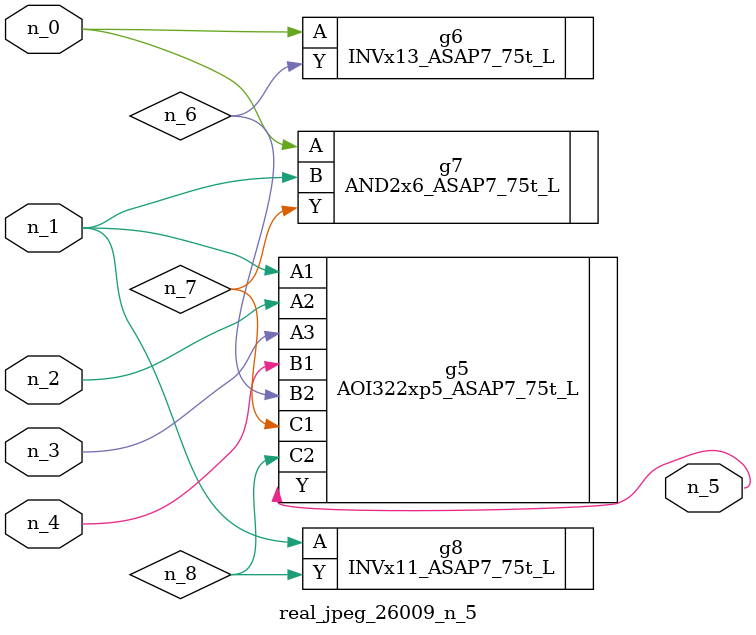
<source format=v>
module real_jpeg_26009_n_5 (n_4, n_0, n_1, n_2, n_3, n_5);

input n_4;
input n_0;
input n_1;
input n_2;
input n_3;

output n_5;

wire n_8;
wire n_6;
wire n_7;

INVx13_ASAP7_75t_L g6 ( 
.A(n_0),
.Y(n_6)
);

AND2x6_ASAP7_75t_L g7 ( 
.A(n_0),
.B(n_1),
.Y(n_7)
);

AOI322xp5_ASAP7_75t_L g5 ( 
.A1(n_1),
.A2(n_2),
.A3(n_3),
.B1(n_4),
.B2(n_6),
.C1(n_7),
.C2(n_8),
.Y(n_5)
);

INVx11_ASAP7_75t_L g8 ( 
.A(n_1),
.Y(n_8)
);


endmodule
</source>
